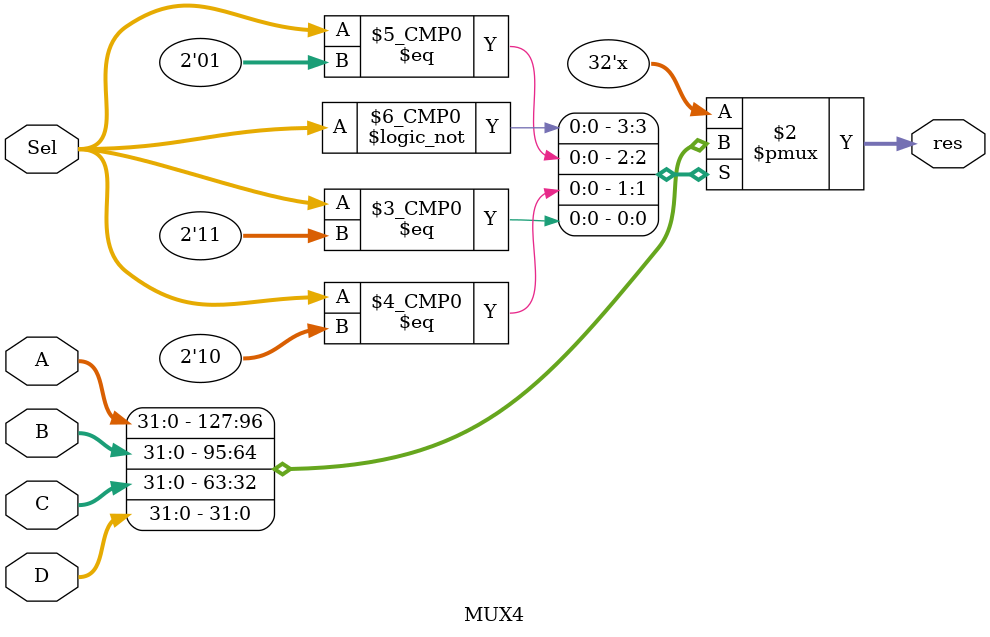
<source format=v>
`timescale 1ns / 1ps

module MUX (
    input Sel,
    input [31:0] A,
    input [31:0] B,
    output reg [31:0] res
    );
    
    always @(Sel or A or B) begin
        res <= (Sel == 0) ? A : B;
    end

endmodule

module MUX5b (
    input [1:0] Sel,
    input [4:0] A,
    input [4:0] B,
    input [4:0] C,
    output reg [4:0] res
    );
    
    always @(Sel or A or B or C) begin
        case (Sel)
            2'b00: res <= A;
            2'b01: res <= B;
            2'b10: res <= C;
        endcase
    end

endmodule

module MUX4 (
    input [1:0] Sel,
    input [31:0] A,
    input [31:0] B,
    input [31:0] C,
    input [31:0] D,
    output reg [31:0] res
    );
    
    always @(Sel or A or B or C or D) begin
        case (Sel)
            2'b00: res <= A;
            2'b01: res <= B;
            2'b10: res <= C;
            2'b11: res <= D;
        endcase
    end

endmodule
</source>
